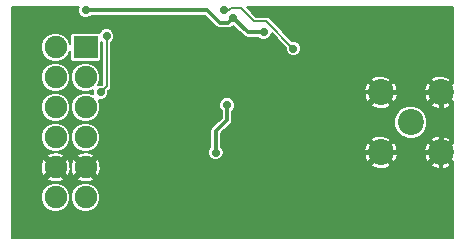
<source format=gbl>
G04 #@! TF.FileFunction,Copper,L2,Bot,Signal*
%FSLAX46Y46*%
G04 Gerber Fmt 4.6, Leading zero omitted, Abs format (unit mm)*
G04 Created by KiCad (PCBNEW 4.0.2+dfsg1-stable) date jeu. 05 avril 2018 11:17:12 CEST*
%MOMM*%
G01*
G04 APERTURE LIST*
%ADD10C,0.100000*%
%ADD11R,2.000000X1.900000*%
%ADD12C,1.900000*%
%ADD13C,2.199640*%
%ADD14C,0.711200*%
%ADD15C,0.304800*%
%ADD16C,0.203200*%
%ADD17C,0.406400*%
G04 APERTURE END LIST*
D10*
D11*
X136030000Y-98650000D03*
D12*
X136030000Y-101190000D03*
X136030000Y-103730000D03*
X136030000Y-106270000D03*
X136030000Y-108810000D03*
X136030000Y-111350000D03*
X133490000Y-98650000D03*
X133490000Y-101190000D03*
X133490000Y-103730000D03*
X133490000Y-106270000D03*
X133490000Y-108810000D03*
X133490000Y-111350000D03*
D13*
X161036000Y-102460000D03*
X166116000Y-102460000D03*
X161036000Y-107540000D03*
X166116000Y-107540000D03*
X163576000Y-105000000D03*
D14*
X148005800Y-103530400D03*
X147066000Y-107556300D03*
X136040000Y-95500000D03*
X151117300Y-97383600D03*
X148520000Y-96140000D03*
X153631900Y-98742500D03*
X147730000Y-95500000D03*
X137300000Y-102460000D03*
X137810000Y-97690000D03*
X149350000Y-114503200D03*
X144770000Y-97930000D03*
X143175600Y-103104000D03*
X139475600Y-100604000D03*
X166910000Y-114520000D03*
X152222200Y-106857800D03*
X152222200Y-103530400D03*
X144767300Y-100253800D03*
X148500000Y-100000000D03*
X143192500Y-106857800D03*
X144741900Y-106857800D03*
X151269700Y-95516700D03*
X146291300Y-106857800D03*
X147066000Y-111074200D03*
X147840700Y-106857800D03*
X149504400Y-106857800D03*
X149504400Y-104546400D03*
X149504400Y-105562400D03*
X157238700Y-110566200D03*
X149504400Y-103530400D03*
X157391100Y-100203000D03*
X157391100Y-101752400D03*
X158546800Y-107543600D03*
X157391100Y-98653600D03*
X152222200Y-101346000D03*
X152222200Y-98742500D03*
D15*
X148005800Y-103530400D02*
X148005800Y-104787700D01*
X147066000Y-105727500D02*
X147066000Y-107556300D01*
X148005800Y-104787700D02*
X147066000Y-105727500D01*
X136040000Y-95500000D02*
X146350000Y-95500000D01*
X148090000Y-96570000D02*
X148520000Y-96140000D01*
X147420000Y-96570000D02*
X148090000Y-96570000D01*
X146350000Y-95500000D02*
X147420000Y-96570000D01*
X151117300Y-97383600D02*
X149763600Y-97383600D01*
X149763600Y-97383600D02*
X148520000Y-96140000D01*
D16*
X151340000Y-96450000D02*
X150330000Y-96450000D01*
D15*
X153631900Y-98742500D02*
X153631900Y-98741900D01*
D16*
X153631900Y-98741900D02*
X151340000Y-96450000D01*
X150330000Y-96450000D02*
X149230000Y-95350000D01*
X148210000Y-95500000D02*
X148360000Y-95350000D01*
X148360000Y-95350000D02*
X149230000Y-95350000D01*
X147730000Y-95500000D02*
X148210000Y-95500000D01*
X137810000Y-101950000D02*
X137300000Y-102460000D01*
X137810000Y-97690000D02*
X137810000Y-101950000D01*
D15*
X155056400Y-98653600D02*
X155056400Y-96206400D01*
X154366700Y-95516700D02*
X152895300Y-95516700D01*
X155056400Y-96206400D02*
X154366700Y-95516700D01*
X157391100Y-98653600D02*
X155056400Y-98653600D01*
X152949700Y-99470000D02*
X152222200Y-98742500D01*
X154240000Y-99470000D02*
X152949700Y-99470000D01*
X155056400Y-98653600D02*
X154240000Y-99470000D01*
D16*
X144770000Y-97930000D02*
X144770000Y-100251100D01*
X144770000Y-100251100D02*
X144767300Y-100253800D01*
X139475600Y-100604000D02*
X140675600Y-100604000D01*
D17*
X143192500Y-103120900D02*
X143175600Y-103104000D01*
X143192500Y-106857800D02*
X143192500Y-103120900D01*
D15*
X144767300Y-103104000D02*
X143175600Y-103104000D01*
D16*
X140675600Y-100604000D02*
X143175600Y-103104000D01*
D17*
X143192500Y-106857800D02*
X137982200Y-106857800D01*
X137982200Y-106857800D02*
X136030000Y-108810000D01*
D15*
X166116000Y-107540000D02*
X166116000Y-113726000D01*
X166116000Y-113726000D02*
X166910000Y-114520000D01*
X149504400Y-106857800D02*
X152222200Y-106857800D01*
X149504400Y-103530400D02*
X152222200Y-103530400D01*
X144767300Y-103104000D02*
X144767300Y-100253800D01*
X148500000Y-100000000D02*
X149479200Y-100000000D01*
X149479200Y-100000000D02*
X150825200Y-101346000D01*
D17*
X146291300Y-106857800D02*
X144741900Y-106857800D01*
X144741900Y-106857800D02*
X143192500Y-106857800D01*
D16*
X144767300Y-103104000D02*
X145943000Y-103104000D01*
X149504400Y-102666800D02*
X146380200Y-102666800D01*
X145943000Y-103104000D02*
X146380200Y-102666800D01*
X151269700Y-95516700D02*
X152895300Y-95516700D01*
D15*
X146291300Y-106857800D02*
X146291300Y-108915200D01*
X146291300Y-108915200D02*
X147066000Y-109689900D01*
X147066000Y-111074200D02*
X147066000Y-109689900D01*
X147840700Y-108915200D02*
X147840700Y-106857800D01*
X147066000Y-109689900D02*
X147840700Y-108915200D01*
D17*
X149504400Y-106857800D02*
X147840700Y-106857800D01*
X152222200Y-101346000D02*
X150825200Y-101346000D01*
X149504400Y-102666800D02*
X149504400Y-103530400D01*
X150825200Y-101346000D02*
X149504400Y-102666800D01*
D15*
X157391100Y-100203000D02*
X157391100Y-98653600D01*
X157391100Y-101752400D02*
X157391100Y-100203000D01*
X157391100Y-101752400D02*
X158877000Y-101752400D01*
X158877000Y-101752400D02*
X159584600Y-102460000D01*
X159584600Y-102460000D02*
X161036000Y-102460000D01*
D17*
X166116000Y-102460000D02*
X161036000Y-102460000D01*
X166116000Y-107540000D02*
X166116000Y-102460000D01*
X161036000Y-107540000D02*
X166116000Y-107540000D01*
X161036000Y-107540000D02*
X159502900Y-107540000D01*
X159499300Y-107543600D02*
X158546800Y-107543600D01*
X159502900Y-107540000D02*
X159499300Y-107543600D01*
D16*
X152222200Y-101346000D02*
X152222200Y-98742500D01*
G36*
X135379715Y-95368062D02*
X135379486Y-95630785D01*
X135479814Y-95873598D01*
X135665425Y-96059533D01*
X135908062Y-96160285D01*
X136170785Y-96160514D01*
X136413598Y-96060186D01*
X136516764Y-95957200D01*
X146160622Y-95957200D01*
X147096711Y-96893290D01*
X147198349Y-96961202D01*
X147245037Y-96992398D01*
X147420000Y-97027200D01*
X148090000Y-97027200D01*
X148264963Y-96992398D01*
X148413289Y-96893289D01*
X148506190Y-96800388D01*
X148533834Y-96800412D01*
X149440311Y-97706889D01*
X149588637Y-97805998D01*
X149763600Y-97840800D01*
X150640570Y-97840800D01*
X150742725Y-97943133D01*
X150985362Y-98043885D01*
X151248085Y-98044114D01*
X151490898Y-97943786D01*
X151676833Y-97758175D01*
X151777585Y-97515538D01*
X151777631Y-97462367D01*
X152971575Y-98656311D01*
X152971386Y-98873285D01*
X153071714Y-99116098D01*
X153257325Y-99302033D01*
X153499962Y-99402785D01*
X153762685Y-99403014D01*
X154005498Y-99302686D01*
X154191433Y-99117075D01*
X154292185Y-98874438D01*
X154292414Y-98611715D01*
X154192086Y-98368902D01*
X154006475Y-98182967D01*
X153763838Y-98082215D01*
X153546762Y-98082026D01*
X151627368Y-96162632D01*
X151624198Y-96160514D01*
X151495523Y-96074535D01*
X151340000Y-96043600D01*
X150498336Y-96043600D01*
X149674536Y-95219800D01*
X167170200Y-95219800D01*
X167170200Y-101621327D01*
X166331526Y-102460000D01*
X167170200Y-103298673D01*
X167170200Y-106701327D01*
X166331526Y-107540000D01*
X167170200Y-108378673D01*
X167170200Y-114780200D01*
X129829800Y-114780200D01*
X129829800Y-111598500D01*
X132234983Y-111598500D01*
X132425612Y-112059859D01*
X132778285Y-112413147D01*
X133239310Y-112604582D01*
X133738500Y-112605017D01*
X134199859Y-112414388D01*
X134553147Y-112061715D01*
X134744582Y-111600690D01*
X134744583Y-111598500D01*
X134774983Y-111598500D01*
X134965612Y-112059859D01*
X135318285Y-112413147D01*
X135779310Y-112604582D01*
X136278500Y-112605017D01*
X136739859Y-112414388D01*
X137093147Y-112061715D01*
X137284582Y-111600690D01*
X137285017Y-111101500D01*
X137094388Y-110640141D01*
X136741715Y-110286853D01*
X136280690Y-110095418D01*
X135781500Y-110094983D01*
X135320141Y-110285612D01*
X134966853Y-110638285D01*
X134775418Y-111099310D01*
X134774983Y-111598500D01*
X134744583Y-111598500D01*
X134745017Y-111101500D01*
X134554388Y-110640141D01*
X134201715Y-110286853D01*
X133740690Y-110095418D01*
X133241500Y-110094983D01*
X132780141Y-110285612D01*
X132426853Y-110638285D01*
X132235418Y-111099310D01*
X132234983Y-111598500D01*
X129829800Y-111598500D01*
X129829800Y-109761689D01*
X132753837Y-109761689D01*
X132866646Y-109927251D01*
X133341649Y-110080753D01*
X133839237Y-110040794D01*
X134113354Y-109927251D01*
X134226163Y-109761689D01*
X135293837Y-109761689D01*
X135406646Y-109927251D01*
X135881649Y-110080753D01*
X136379237Y-110040794D01*
X136653354Y-109927251D01*
X136766163Y-109761689D01*
X136030000Y-109025526D01*
X135293837Y-109761689D01*
X134226163Y-109761689D01*
X133490000Y-109025526D01*
X132753837Y-109761689D01*
X129829800Y-109761689D01*
X129829800Y-108661649D01*
X132219247Y-108661649D01*
X132259206Y-109159237D01*
X132372749Y-109433354D01*
X132538311Y-109546163D01*
X133274474Y-108810000D01*
X133705526Y-108810000D01*
X134441689Y-109546163D01*
X134607251Y-109433354D01*
X134760753Y-108958351D01*
X134736927Y-108661649D01*
X134759247Y-108661649D01*
X134799206Y-109159237D01*
X134912749Y-109433354D01*
X135078311Y-109546163D01*
X135814474Y-108810000D01*
X136245526Y-108810000D01*
X136981689Y-109546163D01*
X137147251Y-109433354D01*
X137300753Y-108958351D01*
X137272015Y-108600481D01*
X160191046Y-108600481D01*
X160322284Y-108781624D01*
X160851760Y-108960238D01*
X161409287Y-108922635D01*
X161749716Y-108781624D01*
X161880954Y-108600481D01*
X165271046Y-108600481D01*
X165402284Y-108781624D01*
X165931760Y-108960238D01*
X166489287Y-108922635D01*
X166829716Y-108781624D01*
X166960954Y-108600481D01*
X166116000Y-107755526D01*
X165271046Y-108600481D01*
X161880954Y-108600481D01*
X161036000Y-107755526D01*
X160191046Y-108600481D01*
X137272015Y-108600481D01*
X137260794Y-108460763D01*
X137147251Y-108186646D01*
X136981689Y-108073837D01*
X136245526Y-108810000D01*
X135814474Y-108810000D01*
X135078311Y-108073837D01*
X134912749Y-108186646D01*
X134759247Y-108661649D01*
X134736927Y-108661649D01*
X134720794Y-108460763D01*
X134607251Y-108186646D01*
X134441689Y-108073837D01*
X133705526Y-108810000D01*
X133274474Y-108810000D01*
X132538311Y-108073837D01*
X132372749Y-108186646D01*
X132219247Y-108661649D01*
X129829800Y-108661649D01*
X129829800Y-107858311D01*
X132753837Y-107858311D01*
X133490000Y-108594474D01*
X134226163Y-107858311D01*
X135293837Y-107858311D01*
X136030000Y-108594474D01*
X136766163Y-107858311D01*
X136653354Y-107692749D01*
X136635828Y-107687085D01*
X146405486Y-107687085D01*
X146505814Y-107929898D01*
X146691425Y-108115833D01*
X146934062Y-108216585D01*
X147196785Y-108216814D01*
X147439598Y-108116486D01*
X147625533Y-107930875D01*
X147726285Y-107688238D01*
X147726514Y-107425515D01*
X147697692Y-107355760D01*
X159615762Y-107355760D01*
X159653365Y-107913287D01*
X159794376Y-108253716D01*
X159975519Y-108384954D01*
X160820474Y-107540000D01*
X161251526Y-107540000D01*
X162096481Y-108384954D01*
X162277624Y-108253716D01*
X162456238Y-107724240D01*
X162431386Y-107355760D01*
X164695762Y-107355760D01*
X164733365Y-107913287D01*
X164874376Y-108253716D01*
X165055519Y-108384954D01*
X165900474Y-107540000D01*
X165055519Y-106695046D01*
X164874376Y-106826284D01*
X164695762Y-107355760D01*
X162431386Y-107355760D01*
X162418635Y-107166713D01*
X162277624Y-106826284D01*
X162096481Y-106695046D01*
X161251526Y-107540000D01*
X160820474Y-107540000D01*
X159975519Y-106695046D01*
X159794376Y-106826284D01*
X159615762Y-107355760D01*
X147697692Y-107355760D01*
X147626186Y-107182702D01*
X147523200Y-107079536D01*
X147523200Y-106479519D01*
X160191046Y-106479519D01*
X161036000Y-107324474D01*
X161880954Y-106479519D01*
X165271046Y-106479519D01*
X166116000Y-107324474D01*
X166960954Y-106479519D01*
X166829716Y-106298376D01*
X166300240Y-106119762D01*
X165742713Y-106157365D01*
X165402284Y-106298376D01*
X165271046Y-106479519D01*
X161880954Y-106479519D01*
X161749716Y-106298376D01*
X161220240Y-106119762D01*
X160662713Y-106157365D01*
X160322284Y-106298376D01*
X160191046Y-106479519D01*
X147523200Y-106479519D01*
X147523200Y-105916878D01*
X148161908Y-105278170D01*
X162171137Y-105278170D01*
X162384527Y-105794614D01*
X162779308Y-106190084D01*
X163295378Y-106404376D01*
X163854170Y-106404863D01*
X164370614Y-106191473D01*
X164766084Y-105796692D01*
X164980376Y-105280622D01*
X164980863Y-104721830D01*
X164767473Y-104205386D01*
X164372692Y-103809916D01*
X163856622Y-103595624D01*
X163297830Y-103595137D01*
X162781386Y-103808527D01*
X162385916Y-104203308D01*
X162171624Y-104719378D01*
X162171137Y-105278170D01*
X148161908Y-105278170D01*
X148329089Y-105110989D01*
X148428198Y-104962663D01*
X148463000Y-104787700D01*
X148463000Y-104007130D01*
X148565333Y-103904975D01*
X148666085Y-103662338D01*
X148666208Y-103520481D01*
X160191046Y-103520481D01*
X160322284Y-103701624D01*
X160851760Y-103880238D01*
X161409287Y-103842635D01*
X161749716Y-103701624D01*
X161880954Y-103520481D01*
X165271046Y-103520481D01*
X165402284Y-103701624D01*
X165931760Y-103880238D01*
X166489287Y-103842635D01*
X166829716Y-103701624D01*
X166960954Y-103520481D01*
X166116000Y-102675526D01*
X165271046Y-103520481D01*
X161880954Y-103520481D01*
X161036000Y-102675526D01*
X160191046Y-103520481D01*
X148666208Y-103520481D01*
X148666314Y-103399615D01*
X148565986Y-103156802D01*
X148380375Y-102970867D01*
X148137738Y-102870115D01*
X147875015Y-102869886D01*
X147632202Y-102970214D01*
X147446267Y-103155825D01*
X147345515Y-103398462D01*
X147345286Y-103661185D01*
X147445614Y-103903998D01*
X147548600Y-104007164D01*
X147548600Y-104598322D01*
X146742711Y-105404211D01*
X146643602Y-105552537D01*
X146608800Y-105727500D01*
X146608800Y-107079570D01*
X146506467Y-107181725D01*
X146405715Y-107424362D01*
X146405486Y-107687085D01*
X136635828Y-107687085D01*
X136178351Y-107539247D01*
X135680763Y-107579206D01*
X135406646Y-107692749D01*
X135293837Y-107858311D01*
X134226163Y-107858311D01*
X134113354Y-107692749D01*
X133638351Y-107539247D01*
X133140763Y-107579206D01*
X132866646Y-107692749D01*
X132753837Y-107858311D01*
X129829800Y-107858311D01*
X129829800Y-106518500D01*
X132234983Y-106518500D01*
X132425612Y-106979859D01*
X132778285Y-107333147D01*
X133239310Y-107524582D01*
X133738500Y-107525017D01*
X134199859Y-107334388D01*
X134553147Y-106981715D01*
X134744582Y-106520690D01*
X134744583Y-106518500D01*
X134774983Y-106518500D01*
X134965612Y-106979859D01*
X135318285Y-107333147D01*
X135779310Y-107524582D01*
X136278500Y-107525017D01*
X136739859Y-107334388D01*
X137093147Y-106981715D01*
X137284582Y-106520690D01*
X137285017Y-106021500D01*
X137094388Y-105560141D01*
X136741715Y-105206853D01*
X136280690Y-105015418D01*
X135781500Y-105014983D01*
X135320141Y-105205612D01*
X134966853Y-105558285D01*
X134775418Y-106019310D01*
X134774983Y-106518500D01*
X134744583Y-106518500D01*
X134745017Y-106021500D01*
X134554388Y-105560141D01*
X134201715Y-105206853D01*
X133740690Y-105015418D01*
X133241500Y-105014983D01*
X132780141Y-105205612D01*
X132426853Y-105558285D01*
X132235418Y-106019310D01*
X132234983Y-106518500D01*
X129829800Y-106518500D01*
X129829800Y-103978500D01*
X132234983Y-103978500D01*
X132425612Y-104439859D01*
X132778285Y-104793147D01*
X133239310Y-104984582D01*
X133738500Y-104985017D01*
X134199859Y-104794388D01*
X134553147Y-104441715D01*
X134744582Y-103980690D01*
X134745017Y-103481500D01*
X134554388Y-103020141D01*
X134201715Y-102666853D01*
X133740690Y-102475418D01*
X133241500Y-102474983D01*
X132780141Y-102665612D01*
X132426853Y-103018285D01*
X132235418Y-103479310D01*
X132234983Y-103978500D01*
X129829800Y-103978500D01*
X129829800Y-101438500D01*
X132234983Y-101438500D01*
X132425612Y-101899859D01*
X132778285Y-102253147D01*
X133239310Y-102444582D01*
X133738500Y-102445017D01*
X134199859Y-102254388D01*
X134553147Y-101901715D01*
X134744582Y-101440690D01*
X134745017Y-100941500D01*
X134554388Y-100480141D01*
X134201715Y-100126853D01*
X133740690Y-99935418D01*
X133241500Y-99934983D01*
X132780141Y-100125612D01*
X132426853Y-100478285D01*
X132235418Y-100939310D01*
X132234983Y-101438500D01*
X129829800Y-101438500D01*
X129829800Y-98898500D01*
X132234983Y-98898500D01*
X132425612Y-99359859D01*
X132778285Y-99713147D01*
X133239310Y-99904582D01*
X133738500Y-99905017D01*
X134199859Y-99714388D01*
X134553147Y-99361715D01*
X134719229Y-98961747D01*
X134719229Y-99600000D01*
X134740482Y-99712952D01*
X134807237Y-99816692D01*
X134909093Y-99886287D01*
X135030000Y-99910771D01*
X137030000Y-99910771D01*
X137142952Y-99889518D01*
X137246692Y-99822763D01*
X137316287Y-99720907D01*
X137340771Y-99600000D01*
X137340771Y-98154714D01*
X137403600Y-98217652D01*
X137403600Y-101781664D01*
X137385589Y-101799675D01*
X137169215Y-101799486D01*
X137128634Y-101816254D01*
X137284582Y-101440690D01*
X137285017Y-100941500D01*
X137094388Y-100480141D01*
X136741715Y-100126853D01*
X136280690Y-99935418D01*
X135781500Y-99934983D01*
X135320141Y-100125612D01*
X134966853Y-100478285D01*
X134775418Y-100939310D01*
X134774983Y-101438500D01*
X134965612Y-101899859D01*
X135318285Y-102253147D01*
X135779310Y-102444582D01*
X136278500Y-102445017D01*
X136655903Y-102289078D01*
X136639715Y-102328062D01*
X136639486Y-102590785D01*
X136656254Y-102631366D01*
X136280690Y-102475418D01*
X135781500Y-102474983D01*
X135320141Y-102665612D01*
X134966853Y-103018285D01*
X134775418Y-103479310D01*
X134774983Y-103978500D01*
X134965612Y-104439859D01*
X135318285Y-104793147D01*
X135779310Y-104984582D01*
X136278500Y-104985017D01*
X136739859Y-104794388D01*
X137093147Y-104441715D01*
X137284582Y-103980690D01*
X137285017Y-103481500D01*
X137129078Y-103104097D01*
X137168062Y-103120285D01*
X137430785Y-103120514D01*
X137673598Y-103020186D01*
X137859533Y-102834575D01*
X137960285Y-102591938D01*
X137960475Y-102374261D01*
X138058976Y-102275760D01*
X159615762Y-102275760D01*
X159653365Y-102833287D01*
X159794376Y-103173716D01*
X159975519Y-103304954D01*
X160820474Y-102460000D01*
X161251526Y-102460000D01*
X162096481Y-103304954D01*
X162277624Y-103173716D01*
X162456238Y-102644240D01*
X162431386Y-102275760D01*
X164695762Y-102275760D01*
X164733365Y-102833287D01*
X164874376Y-103173716D01*
X165055519Y-103304954D01*
X165900474Y-102460000D01*
X165055519Y-101615046D01*
X164874376Y-101746284D01*
X164695762Y-102275760D01*
X162431386Y-102275760D01*
X162418635Y-102086713D01*
X162277624Y-101746284D01*
X162096481Y-101615046D01*
X161251526Y-102460000D01*
X160820474Y-102460000D01*
X159975519Y-101615046D01*
X159794376Y-101746284D01*
X159615762Y-102275760D01*
X138058976Y-102275760D01*
X138097368Y-102237368D01*
X138185465Y-102105523D01*
X138216400Y-101950000D01*
X138216400Y-101399519D01*
X160191046Y-101399519D01*
X161036000Y-102244474D01*
X161880954Y-101399519D01*
X165271046Y-101399519D01*
X166116000Y-102244474D01*
X166960954Y-101399519D01*
X166829716Y-101218376D01*
X166300240Y-101039762D01*
X165742713Y-101077365D01*
X165402284Y-101218376D01*
X165271046Y-101399519D01*
X161880954Y-101399519D01*
X161749716Y-101218376D01*
X161220240Y-101039762D01*
X160662713Y-101077365D01*
X160322284Y-101218376D01*
X160191046Y-101399519D01*
X138216400Y-101399519D01*
X138216400Y-98217441D01*
X138369533Y-98064575D01*
X138470285Y-97821938D01*
X138470514Y-97559215D01*
X138370186Y-97316402D01*
X138184575Y-97130467D01*
X137941938Y-97029715D01*
X137679215Y-97029486D01*
X137436402Y-97129814D01*
X137250467Y-97315425D01*
X137196670Y-97444982D01*
X137150907Y-97413713D01*
X137030000Y-97389229D01*
X135030000Y-97389229D01*
X134917048Y-97410482D01*
X134813308Y-97477237D01*
X134743713Y-97579093D01*
X134719229Y-97700000D01*
X134719229Y-98339088D01*
X134554388Y-97940141D01*
X134201715Y-97586853D01*
X133740690Y-97395418D01*
X133241500Y-97394983D01*
X132780141Y-97585612D01*
X132426853Y-97938285D01*
X132235418Y-98399310D01*
X132234983Y-98898500D01*
X129829800Y-98898500D01*
X129829800Y-95219800D01*
X135441279Y-95219800D01*
X135379715Y-95368062D01*
X135379715Y-95368062D01*
G37*
X135379715Y-95368062D02*
X135379486Y-95630785D01*
X135479814Y-95873598D01*
X135665425Y-96059533D01*
X135908062Y-96160285D01*
X136170785Y-96160514D01*
X136413598Y-96060186D01*
X136516764Y-95957200D01*
X146160622Y-95957200D01*
X147096711Y-96893290D01*
X147198349Y-96961202D01*
X147245037Y-96992398D01*
X147420000Y-97027200D01*
X148090000Y-97027200D01*
X148264963Y-96992398D01*
X148413289Y-96893289D01*
X148506190Y-96800388D01*
X148533834Y-96800412D01*
X149440311Y-97706889D01*
X149588637Y-97805998D01*
X149763600Y-97840800D01*
X150640570Y-97840800D01*
X150742725Y-97943133D01*
X150985362Y-98043885D01*
X151248085Y-98044114D01*
X151490898Y-97943786D01*
X151676833Y-97758175D01*
X151777585Y-97515538D01*
X151777631Y-97462367D01*
X152971575Y-98656311D01*
X152971386Y-98873285D01*
X153071714Y-99116098D01*
X153257325Y-99302033D01*
X153499962Y-99402785D01*
X153762685Y-99403014D01*
X154005498Y-99302686D01*
X154191433Y-99117075D01*
X154292185Y-98874438D01*
X154292414Y-98611715D01*
X154192086Y-98368902D01*
X154006475Y-98182967D01*
X153763838Y-98082215D01*
X153546762Y-98082026D01*
X151627368Y-96162632D01*
X151624198Y-96160514D01*
X151495523Y-96074535D01*
X151340000Y-96043600D01*
X150498336Y-96043600D01*
X149674536Y-95219800D01*
X167170200Y-95219800D01*
X167170200Y-101621327D01*
X166331526Y-102460000D01*
X167170200Y-103298673D01*
X167170200Y-106701327D01*
X166331526Y-107540000D01*
X167170200Y-108378673D01*
X167170200Y-114780200D01*
X129829800Y-114780200D01*
X129829800Y-111598500D01*
X132234983Y-111598500D01*
X132425612Y-112059859D01*
X132778285Y-112413147D01*
X133239310Y-112604582D01*
X133738500Y-112605017D01*
X134199859Y-112414388D01*
X134553147Y-112061715D01*
X134744582Y-111600690D01*
X134744583Y-111598500D01*
X134774983Y-111598500D01*
X134965612Y-112059859D01*
X135318285Y-112413147D01*
X135779310Y-112604582D01*
X136278500Y-112605017D01*
X136739859Y-112414388D01*
X137093147Y-112061715D01*
X137284582Y-111600690D01*
X137285017Y-111101500D01*
X137094388Y-110640141D01*
X136741715Y-110286853D01*
X136280690Y-110095418D01*
X135781500Y-110094983D01*
X135320141Y-110285612D01*
X134966853Y-110638285D01*
X134775418Y-111099310D01*
X134774983Y-111598500D01*
X134744583Y-111598500D01*
X134745017Y-111101500D01*
X134554388Y-110640141D01*
X134201715Y-110286853D01*
X133740690Y-110095418D01*
X133241500Y-110094983D01*
X132780141Y-110285612D01*
X132426853Y-110638285D01*
X132235418Y-111099310D01*
X132234983Y-111598500D01*
X129829800Y-111598500D01*
X129829800Y-109761689D01*
X132753837Y-109761689D01*
X132866646Y-109927251D01*
X133341649Y-110080753D01*
X133839237Y-110040794D01*
X134113354Y-109927251D01*
X134226163Y-109761689D01*
X135293837Y-109761689D01*
X135406646Y-109927251D01*
X135881649Y-110080753D01*
X136379237Y-110040794D01*
X136653354Y-109927251D01*
X136766163Y-109761689D01*
X136030000Y-109025526D01*
X135293837Y-109761689D01*
X134226163Y-109761689D01*
X133490000Y-109025526D01*
X132753837Y-109761689D01*
X129829800Y-109761689D01*
X129829800Y-108661649D01*
X132219247Y-108661649D01*
X132259206Y-109159237D01*
X132372749Y-109433354D01*
X132538311Y-109546163D01*
X133274474Y-108810000D01*
X133705526Y-108810000D01*
X134441689Y-109546163D01*
X134607251Y-109433354D01*
X134760753Y-108958351D01*
X134736927Y-108661649D01*
X134759247Y-108661649D01*
X134799206Y-109159237D01*
X134912749Y-109433354D01*
X135078311Y-109546163D01*
X135814474Y-108810000D01*
X136245526Y-108810000D01*
X136981689Y-109546163D01*
X137147251Y-109433354D01*
X137300753Y-108958351D01*
X137272015Y-108600481D01*
X160191046Y-108600481D01*
X160322284Y-108781624D01*
X160851760Y-108960238D01*
X161409287Y-108922635D01*
X161749716Y-108781624D01*
X161880954Y-108600481D01*
X165271046Y-108600481D01*
X165402284Y-108781624D01*
X165931760Y-108960238D01*
X166489287Y-108922635D01*
X166829716Y-108781624D01*
X166960954Y-108600481D01*
X166116000Y-107755526D01*
X165271046Y-108600481D01*
X161880954Y-108600481D01*
X161036000Y-107755526D01*
X160191046Y-108600481D01*
X137272015Y-108600481D01*
X137260794Y-108460763D01*
X137147251Y-108186646D01*
X136981689Y-108073837D01*
X136245526Y-108810000D01*
X135814474Y-108810000D01*
X135078311Y-108073837D01*
X134912749Y-108186646D01*
X134759247Y-108661649D01*
X134736927Y-108661649D01*
X134720794Y-108460763D01*
X134607251Y-108186646D01*
X134441689Y-108073837D01*
X133705526Y-108810000D01*
X133274474Y-108810000D01*
X132538311Y-108073837D01*
X132372749Y-108186646D01*
X132219247Y-108661649D01*
X129829800Y-108661649D01*
X129829800Y-107858311D01*
X132753837Y-107858311D01*
X133490000Y-108594474D01*
X134226163Y-107858311D01*
X135293837Y-107858311D01*
X136030000Y-108594474D01*
X136766163Y-107858311D01*
X136653354Y-107692749D01*
X136635828Y-107687085D01*
X146405486Y-107687085D01*
X146505814Y-107929898D01*
X146691425Y-108115833D01*
X146934062Y-108216585D01*
X147196785Y-108216814D01*
X147439598Y-108116486D01*
X147625533Y-107930875D01*
X147726285Y-107688238D01*
X147726514Y-107425515D01*
X147697692Y-107355760D01*
X159615762Y-107355760D01*
X159653365Y-107913287D01*
X159794376Y-108253716D01*
X159975519Y-108384954D01*
X160820474Y-107540000D01*
X161251526Y-107540000D01*
X162096481Y-108384954D01*
X162277624Y-108253716D01*
X162456238Y-107724240D01*
X162431386Y-107355760D01*
X164695762Y-107355760D01*
X164733365Y-107913287D01*
X164874376Y-108253716D01*
X165055519Y-108384954D01*
X165900474Y-107540000D01*
X165055519Y-106695046D01*
X164874376Y-106826284D01*
X164695762Y-107355760D01*
X162431386Y-107355760D01*
X162418635Y-107166713D01*
X162277624Y-106826284D01*
X162096481Y-106695046D01*
X161251526Y-107540000D01*
X160820474Y-107540000D01*
X159975519Y-106695046D01*
X159794376Y-106826284D01*
X159615762Y-107355760D01*
X147697692Y-107355760D01*
X147626186Y-107182702D01*
X147523200Y-107079536D01*
X147523200Y-106479519D01*
X160191046Y-106479519D01*
X161036000Y-107324474D01*
X161880954Y-106479519D01*
X165271046Y-106479519D01*
X166116000Y-107324474D01*
X166960954Y-106479519D01*
X166829716Y-106298376D01*
X166300240Y-106119762D01*
X165742713Y-106157365D01*
X165402284Y-106298376D01*
X165271046Y-106479519D01*
X161880954Y-106479519D01*
X161749716Y-106298376D01*
X161220240Y-106119762D01*
X160662713Y-106157365D01*
X160322284Y-106298376D01*
X160191046Y-106479519D01*
X147523200Y-106479519D01*
X147523200Y-105916878D01*
X148161908Y-105278170D01*
X162171137Y-105278170D01*
X162384527Y-105794614D01*
X162779308Y-106190084D01*
X163295378Y-106404376D01*
X163854170Y-106404863D01*
X164370614Y-106191473D01*
X164766084Y-105796692D01*
X164980376Y-105280622D01*
X164980863Y-104721830D01*
X164767473Y-104205386D01*
X164372692Y-103809916D01*
X163856622Y-103595624D01*
X163297830Y-103595137D01*
X162781386Y-103808527D01*
X162385916Y-104203308D01*
X162171624Y-104719378D01*
X162171137Y-105278170D01*
X148161908Y-105278170D01*
X148329089Y-105110989D01*
X148428198Y-104962663D01*
X148463000Y-104787700D01*
X148463000Y-104007130D01*
X148565333Y-103904975D01*
X148666085Y-103662338D01*
X148666208Y-103520481D01*
X160191046Y-103520481D01*
X160322284Y-103701624D01*
X160851760Y-103880238D01*
X161409287Y-103842635D01*
X161749716Y-103701624D01*
X161880954Y-103520481D01*
X165271046Y-103520481D01*
X165402284Y-103701624D01*
X165931760Y-103880238D01*
X166489287Y-103842635D01*
X166829716Y-103701624D01*
X166960954Y-103520481D01*
X166116000Y-102675526D01*
X165271046Y-103520481D01*
X161880954Y-103520481D01*
X161036000Y-102675526D01*
X160191046Y-103520481D01*
X148666208Y-103520481D01*
X148666314Y-103399615D01*
X148565986Y-103156802D01*
X148380375Y-102970867D01*
X148137738Y-102870115D01*
X147875015Y-102869886D01*
X147632202Y-102970214D01*
X147446267Y-103155825D01*
X147345515Y-103398462D01*
X147345286Y-103661185D01*
X147445614Y-103903998D01*
X147548600Y-104007164D01*
X147548600Y-104598322D01*
X146742711Y-105404211D01*
X146643602Y-105552537D01*
X146608800Y-105727500D01*
X146608800Y-107079570D01*
X146506467Y-107181725D01*
X146405715Y-107424362D01*
X146405486Y-107687085D01*
X136635828Y-107687085D01*
X136178351Y-107539247D01*
X135680763Y-107579206D01*
X135406646Y-107692749D01*
X135293837Y-107858311D01*
X134226163Y-107858311D01*
X134113354Y-107692749D01*
X133638351Y-107539247D01*
X133140763Y-107579206D01*
X132866646Y-107692749D01*
X132753837Y-107858311D01*
X129829800Y-107858311D01*
X129829800Y-106518500D01*
X132234983Y-106518500D01*
X132425612Y-106979859D01*
X132778285Y-107333147D01*
X133239310Y-107524582D01*
X133738500Y-107525017D01*
X134199859Y-107334388D01*
X134553147Y-106981715D01*
X134744582Y-106520690D01*
X134744583Y-106518500D01*
X134774983Y-106518500D01*
X134965612Y-106979859D01*
X135318285Y-107333147D01*
X135779310Y-107524582D01*
X136278500Y-107525017D01*
X136739859Y-107334388D01*
X137093147Y-106981715D01*
X137284582Y-106520690D01*
X137285017Y-106021500D01*
X137094388Y-105560141D01*
X136741715Y-105206853D01*
X136280690Y-105015418D01*
X135781500Y-105014983D01*
X135320141Y-105205612D01*
X134966853Y-105558285D01*
X134775418Y-106019310D01*
X134774983Y-106518500D01*
X134744583Y-106518500D01*
X134745017Y-106021500D01*
X134554388Y-105560141D01*
X134201715Y-105206853D01*
X133740690Y-105015418D01*
X133241500Y-105014983D01*
X132780141Y-105205612D01*
X132426853Y-105558285D01*
X132235418Y-106019310D01*
X132234983Y-106518500D01*
X129829800Y-106518500D01*
X129829800Y-103978500D01*
X132234983Y-103978500D01*
X132425612Y-104439859D01*
X132778285Y-104793147D01*
X133239310Y-104984582D01*
X133738500Y-104985017D01*
X134199859Y-104794388D01*
X134553147Y-104441715D01*
X134744582Y-103980690D01*
X134745017Y-103481500D01*
X134554388Y-103020141D01*
X134201715Y-102666853D01*
X133740690Y-102475418D01*
X133241500Y-102474983D01*
X132780141Y-102665612D01*
X132426853Y-103018285D01*
X132235418Y-103479310D01*
X132234983Y-103978500D01*
X129829800Y-103978500D01*
X129829800Y-101438500D01*
X132234983Y-101438500D01*
X132425612Y-101899859D01*
X132778285Y-102253147D01*
X133239310Y-102444582D01*
X133738500Y-102445017D01*
X134199859Y-102254388D01*
X134553147Y-101901715D01*
X134744582Y-101440690D01*
X134745017Y-100941500D01*
X134554388Y-100480141D01*
X134201715Y-100126853D01*
X133740690Y-99935418D01*
X133241500Y-99934983D01*
X132780141Y-100125612D01*
X132426853Y-100478285D01*
X132235418Y-100939310D01*
X132234983Y-101438500D01*
X129829800Y-101438500D01*
X129829800Y-98898500D01*
X132234983Y-98898500D01*
X132425612Y-99359859D01*
X132778285Y-99713147D01*
X133239310Y-99904582D01*
X133738500Y-99905017D01*
X134199859Y-99714388D01*
X134553147Y-99361715D01*
X134719229Y-98961747D01*
X134719229Y-99600000D01*
X134740482Y-99712952D01*
X134807237Y-99816692D01*
X134909093Y-99886287D01*
X135030000Y-99910771D01*
X137030000Y-99910771D01*
X137142952Y-99889518D01*
X137246692Y-99822763D01*
X137316287Y-99720907D01*
X137340771Y-99600000D01*
X137340771Y-98154714D01*
X137403600Y-98217652D01*
X137403600Y-101781664D01*
X137385589Y-101799675D01*
X137169215Y-101799486D01*
X137128634Y-101816254D01*
X137284582Y-101440690D01*
X137285017Y-100941500D01*
X137094388Y-100480141D01*
X136741715Y-100126853D01*
X136280690Y-99935418D01*
X135781500Y-99934983D01*
X135320141Y-100125612D01*
X134966853Y-100478285D01*
X134775418Y-100939310D01*
X134774983Y-101438500D01*
X134965612Y-101899859D01*
X135318285Y-102253147D01*
X135779310Y-102444582D01*
X136278500Y-102445017D01*
X136655903Y-102289078D01*
X136639715Y-102328062D01*
X136639486Y-102590785D01*
X136656254Y-102631366D01*
X136280690Y-102475418D01*
X135781500Y-102474983D01*
X135320141Y-102665612D01*
X134966853Y-103018285D01*
X134775418Y-103479310D01*
X134774983Y-103978500D01*
X134965612Y-104439859D01*
X135318285Y-104793147D01*
X135779310Y-104984582D01*
X136278500Y-104985017D01*
X136739859Y-104794388D01*
X137093147Y-104441715D01*
X137284582Y-103980690D01*
X137285017Y-103481500D01*
X137129078Y-103104097D01*
X137168062Y-103120285D01*
X137430785Y-103120514D01*
X137673598Y-103020186D01*
X137859533Y-102834575D01*
X137960285Y-102591938D01*
X137960475Y-102374261D01*
X138058976Y-102275760D01*
X159615762Y-102275760D01*
X159653365Y-102833287D01*
X159794376Y-103173716D01*
X159975519Y-103304954D01*
X160820474Y-102460000D01*
X161251526Y-102460000D01*
X162096481Y-103304954D01*
X162277624Y-103173716D01*
X162456238Y-102644240D01*
X162431386Y-102275760D01*
X164695762Y-102275760D01*
X164733365Y-102833287D01*
X164874376Y-103173716D01*
X165055519Y-103304954D01*
X165900474Y-102460000D01*
X165055519Y-101615046D01*
X164874376Y-101746284D01*
X164695762Y-102275760D01*
X162431386Y-102275760D01*
X162418635Y-102086713D01*
X162277624Y-101746284D01*
X162096481Y-101615046D01*
X161251526Y-102460000D01*
X160820474Y-102460000D01*
X159975519Y-101615046D01*
X159794376Y-101746284D01*
X159615762Y-102275760D01*
X138058976Y-102275760D01*
X138097368Y-102237368D01*
X138185465Y-102105523D01*
X138216400Y-101950000D01*
X138216400Y-101399519D01*
X160191046Y-101399519D01*
X161036000Y-102244474D01*
X161880954Y-101399519D01*
X165271046Y-101399519D01*
X166116000Y-102244474D01*
X166960954Y-101399519D01*
X166829716Y-101218376D01*
X166300240Y-101039762D01*
X165742713Y-101077365D01*
X165402284Y-101218376D01*
X165271046Y-101399519D01*
X161880954Y-101399519D01*
X161749716Y-101218376D01*
X161220240Y-101039762D01*
X160662713Y-101077365D01*
X160322284Y-101218376D01*
X160191046Y-101399519D01*
X138216400Y-101399519D01*
X138216400Y-98217441D01*
X138369533Y-98064575D01*
X138470285Y-97821938D01*
X138470514Y-97559215D01*
X138370186Y-97316402D01*
X138184575Y-97130467D01*
X137941938Y-97029715D01*
X137679215Y-97029486D01*
X137436402Y-97129814D01*
X137250467Y-97315425D01*
X137196670Y-97444982D01*
X137150907Y-97413713D01*
X137030000Y-97389229D01*
X135030000Y-97389229D01*
X134917048Y-97410482D01*
X134813308Y-97477237D01*
X134743713Y-97579093D01*
X134719229Y-97700000D01*
X134719229Y-98339088D01*
X134554388Y-97940141D01*
X134201715Y-97586853D01*
X133740690Y-97395418D01*
X133241500Y-97394983D01*
X132780141Y-97585612D01*
X132426853Y-97938285D01*
X132235418Y-98399310D01*
X132234983Y-98898500D01*
X129829800Y-98898500D01*
X129829800Y-95219800D01*
X135441279Y-95219800D01*
X135379715Y-95368062D01*
M02*

</source>
